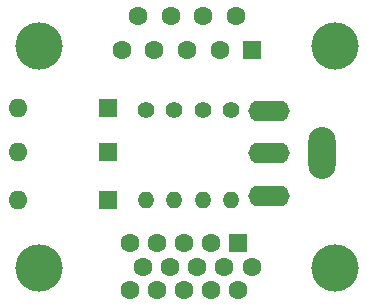
<source format=gbr>
%TF.GenerationSoftware,KiCad,Pcbnew,8.0.4*%
%TF.CreationDate,2024-08-07T16:27:42-04:00*%
%TF.ProjectId,C128VGA,43313238-5647-4412-9e6b-696361645f70,1.0*%
%TF.SameCoordinates,Original*%
%TF.FileFunction,Soldermask,Bot*%
%TF.FilePolarity,Negative*%
%FSLAX46Y46*%
G04 Gerber Fmt 4.6, Leading zero omitted, Abs format (unit mm)*
G04 Created by KiCad (PCBNEW 8.0.4) date 2024-08-07 16:27:42*
%MOMM*%
%LPD*%
G01*
G04 APERTURE LIST*
%ADD10O,3.504000X1.754000*%
%ADD11O,2.304000X4.404000*%
%ADD12C,1.400000*%
%ADD13O,1.400000X1.400000*%
%ADD14C,4.000000*%
%ADD15R,1.600000X1.600000*%
%ADD16C,1.600000*%
%ADD17O,1.600000X1.600000*%
G04 APERTURE END LIST*
D10*
%TO.C,J2*%
X249817900Y-84302600D03*
X249817900Y-91465400D03*
X249817999Y-87858600D03*
D11*
X254318000Y-87858600D03*
%TD*%
D12*
%TO.C,R1*%
X244221000Y-84201000D03*
D13*
X244221000Y-91821000D03*
%TD*%
D14*
%TO.C,J9*%
X255397000Y-78816200D03*
X230397000Y-78816200D03*
D15*
X248437000Y-79116200D03*
D16*
X245667000Y-79116200D03*
X242897000Y-79116200D03*
X240127000Y-79116200D03*
X237357000Y-79116200D03*
X247052000Y-76276200D03*
X244282000Y-76276200D03*
X241512000Y-76276200D03*
X238742000Y-76276200D03*
%TD*%
D15*
%TO.C,D3*%
X236220000Y-84074000D03*
D17*
X228600000Y-84074000D03*
%TD*%
D12*
%TO.C,R2*%
X241808000Y-84201000D03*
D13*
X241808000Y-91821000D03*
%TD*%
D12*
%TO.C,R3*%
X239395000Y-84201000D03*
D13*
X239395000Y-91821000D03*
%TD*%
D12*
%TO.C,R4*%
X246634000Y-84201000D03*
D13*
X246634000Y-91821000D03*
%TD*%
D14*
%TO.C,J17*%
X230397000Y-97554000D03*
X255397000Y-97554000D03*
D15*
X247212000Y-95504000D03*
D16*
X244922000Y-95504000D03*
X242632000Y-95504000D03*
X240342000Y-95504000D03*
X238052000Y-95504000D03*
X248357000Y-97484000D03*
X246067000Y-97484000D03*
X243777000Y-97484000D03*
X241487000Y-97484000D03*
X239197000Y-97484000D03*
X247212000Y-99464000D03*
X244922000Y-99464000D03*
X242632000Y-99464000D03*
X240342000Y-99464000D03*
X238052000Y-99464000D03*
%TD*%
D15*
%TO.C,D2*%
X236220000Y-87757000D03*
D17*
X228600000Y-87757000D03*
%TD*%
D15*
%TO.C,D1*%
X236220000Y-91821000D03*
D17*
X228600000Y-91821000D03*
%TD*%
M02*

</source>
